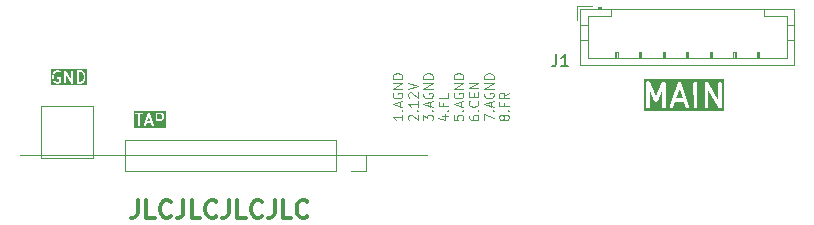
<source format=gto>
%TF.GenerationSoftware,KiCad,Pcbnew,8.0.1*%
%TF.CreationDate,2024-04-14T20:51:43+02:00*%
%TF.ProjectId,vampire_pcb,76616d70-6972-4655-9f70-63622e6b6963,rev?*%
%TF.SameCoordinates,Original*%
%TF.FileFunction,Legend,Top*%
%TF.FilePolarity,Positive*%
%FSLAX46Y46*%
G04 Gerber Fmt 4.6, Leading zero omitted, Abs format (unit mm)*
G04 Created by KiCad (PCBNEW 8.0.1) date 2024-04-14 20:51:43*
%MOMM*%
%LPD*%
G01*
G04 APERTURE LIST*
%ADD10C,0.100000*%
%ADD11C,0.160000*%
%ADD12C,0.300000*%
%ADD13C,0.120000*%
G04 APERTURE END LIST*
D10*
X90000000Y-65000000D02*
X124500000Y-65000000D01*
D11*
G36*
X101023927Y-62103927D02*
G01*
X100767634Y-62104728D01*
X100895300Y-61719887D01*
X101023927Y-62103927D01*
G37*
G36*
X101989174Y-61580373D02*
G01*
X102019398Y-61609497D01*
X102053996Y-61676571D01*
X102055018Y-61781847D01*
X102022759Y-61848448D01*
X101993634Y-61878672D01*
X101926752Y-61913172D01*
X101641566Y-61914277D01*
X101641013Y-61548994D01*
X101922139Y-61547904D01*
X101989174Y-61580373D01*
G37*
G36*
X102324945Y-62659782D02*
G01*
X99610927Y-62659782D01*
X99610927Y-61484906D01*
X99722038Y-61484906D01*
X99733983Y-61513745D01*
X99756055Y-61535817D01*
X99784894Y-61547762D01*
X99800501Y-61549299D01*
X100006335Y-61548760D01*
X100007752Y-62484906D01*
X100019697Y-62513745D01*
X100041769Y-62535817D01*
X100070608Y-62547762D01*
X100101822Y-62547762D01*
X100130661Y-62535817D01*
X100152733Y-62513745D01*
X100164678Y-62484906D01*
X100166215Y-62469299D01*
X100166200Y-62459293D01*
X100483034Y-62459293D01*
X100485246Y-62490429D01*
X100499206Y-62518348D01*
X100522788Y-62538800D01*
X100552400Y-62548671D01*
X100583536Y-62546459D01*
X100611455Y-62532499D01*
X100631907Y-62508917D01*
X100638301Y-62494597D01*
X100714996Y-62263404D01*
X101076962Y-62262273D01*
X101159571Y-62508917D01*
X101180022Y-62532499D01*
X101207941Y-62546458D01*
X101239078Y-62548670D01*
X101268690Y-62538800D01*
X101292272Y-62518348D01*
X101306231Y-62490429D01*
X101308444Y-62459293D01*
X101304967Y-62444000D01*
X100978509Y-61469299D01*
X101482406Y-61469299D01*
X101483943Y-62484906D01*
X101495888Y-62513745D01*
X101517960Y-62535817D01*
X101546799Y-62547762D01*
X101578013Y-62547762D01*
X101606852Y-62535817D01*
X101628924Y-62513745D01*
X101640869Y-62484906D01*
X101642406Y-62469299D01*
X101641805Y-62072800D01*
X101930950Y-62071679D01*
X101933352Y-62072480D01*
X101945401Y-62071623D01*
X101958965Y-62071571D01*
X101961621Y-62070470D01*
X101964488Y-62070267D01*
X101979135Y-62064662D01*
X102073757Y-62015852D01*
X102083042Y-62012007D01*
X102086137Y-62009466D01*
X102087645Y-62008689D01*
X102089027Y-62007094D01*
X102095165Y-62002058D01*
X102142606Y-61952824D01*
X102149415Y-61946919D01*
X102151521Y-61943571D01*
X102152732Y-61942316D01*
X102153539Y-61940365D01*
X102157769Y-61933647D01*
X102199087Y-61848342D01*
X102200352Y-61847078D01*
X102204200Y-61837786D01*
X102210993Y-61823763D01*
X102211196Y-61820895D01*
X102212297Y-61818239D01*
X102213834Y-61802632D01*
X102212564Y-61671706D01*
X102213206Y-61669781D01*
X102212441Y-61659017D01*
X102212297Y-61644168D01*
X102211196Y-61641511D01*
X102210993Y-61638644D01*
X102205388Y-61623998D01*
X102156575Y-61529369D01*
X102152732Y-61520091D01*
X102150194Y-61516998D01*
X102149415Y-61515488D01*
X102147817Y-61514102D01*
X102142783Y-61507968D01*
X102093546Y-61460522D01*
X102087645Y-61453718D01*
X102084300Y-61451613D01*
X102083042Y-61450400D01*
X102081087Y-61449590D01*
X102074373Y-61445364D01*
X101989069Y-61404046D01*
X101987804Y-61402781D01*
X101978506Y-61398930D01*
X101964488Y-61392140D01*
X101961621Y-61391936D01*
X101958965Y-61390836D01*
X101943358Y-61389299D01*
X101546799Y-61390836D01*
X101517960Y-61402781D01*
X101495888Y-61424853D01*
X101483943Y-61453692D01*
X101482406Y-61469299D01*
X100978509Y-61469299D01*
X100973292Y-61453724D01*
X100972898Y-61448169D01*
X100968457Y-61439288D01*
X100965240Y-61429681D01*
X100961495Y-61425363D01*
X100958939Y-61420250D01*
X100951360Y-61413677D01*
X100944788Y-61406099D01*
X100939673Y-61403541D01*
X100935357Y-61399798D01*
X100925847Y-61396628D01*
X100916869Y-61392139D01*
X100911162Y-61391733D01*
X100905745Y-61389928D01*
X100895745Y-61390638D01*
X100885733Y-61389927D01*
X100880309Y-61391734D01*
X100874608Y-61392140D01*
X100865633Y-61396627D01*
X100856121Y-61399798D01*
X100851805Y-61403541D01*
X100846689Y-61406099D01*
X100840114Y-61413679D01*
X100832539Y-61420250D01*
X100829982Y-61425363D01*
X100826238Y-61429681D01*
X100819844Y-61444001D01*
X100581658Y-62161994D01*
X100579181Y-62167977D01*
X100579181Y-62169464D01*
X100483034Y-62459293D01*
X100166200Y-62459293D01*
X100164821Y-61548345D01*
X100387536Y-61547762D01*
X100416375Y-61535817D01*
X100438447Y-61513745D01*
X100450392Y-61484906D01*
X100450392Y-61453692D01*
X100438447Y-61424853D01*
X100416375Y-61402781D01*
X100387536Y-61390836D01*
X100371929Y-61389299D01*
X99784894Y-61390836D01*
X99756055Y-61402781D01*
X99733983Y-61424853D01*
X99722038Y-61453692D01*
X99722038Y-61484906D01*
X99610927Y-61484906D01*
X99610927Y-61278188D01*
X102324945Y-61278188D01*
X102324945Y-62659782D01*
G37*
D12*
X99983082Y-68800828D02*
X99983082Y-69872257D01*
X99983082Y-69872257D02*
X99911653Y-70086542D01*
X99911653Y-70086542D02*
X99768796Y-70229400D01*
X99768796Y-70229400D02*
X99554510Y-70300828D01*
X99554510Y-70300828D02*
X99411653Y-70300828D01*
X101411653Y-70300828D02*
X100697367Y-70300828D01*
X100697367Y-70300828D02*
X100697367Y-68800828D01*
X102768796Y-70157971D02*
X102697368Y-70229400D01*
X102697368Y-70229400D02*
X102483082Y-70300828D01*
X102483082Y-70300828D02*
X102340225Y-70300828D01*
X102340225Y-70300828D02*
X102125939Y-70229400D01*
X102125939Y-70229400D02*
X101983082Y-70086542D01*
X101983082Y-70086542D02*
X101911653Y-69943685D01*
X101911653Y-69943685D02*
X101840225Y-69657971D01*
X101840225Y-69657971D02*
X101840225Y-69443685D01*
X101840225Y-69443685D02*
X101911653Y-69157971D01*
X101911653Y-69157971D02*
X101983082Y-69015114D01*
X101983082Y-69015114D02*
X102125939Y-68872257D01*
X102125939Y-68872257D02*
X102340225Y-68800828D01*
X102340225Y-68800828D02*
X102483082Y-68800828D01*
X102483082Y-68800828D02*
X102697368Y-68872257D01*
X102697368Y-68872257D02*
X102768796Y-68943685D01*
X103840225Y-68800828D02*
X103840225Y-69872257D01*
X103840225Y-69872257D02*
X103768796Y-70086542D01*
X103768796Y-70086542D02*
X103625939Y-70229400D01*
X103625939Y-70229400D02*
X103411653Y-70300828D01*
X103411653Y-70300828D02*
X103268796Y-70300828D01*
X105268796Y-70300828D02*
X104554510Y-70300828D01*
X104554510Y-70300828D02*
X104554510Y-68800828D01*
X106625939Y-70157971D02*
X106554511Y-70229400D01*
X106554511Y-70229400D02*
X106340225Y-70300828D01*
X106340225Y-70300828D02*
X106197368Y-70300828D01*
X106197368Y-70300828D02*
X105983082Y-70229400D01*
X105983082Y-70229400D02*
X105840225Y-70086542D01*
X105840225Y-70086542D02*
X105768796Y-69943685D01*
X105768796Y-69943685D02*
X105697368Y-69657971D01*
X105697368Y-69657971D02*
X105697368Y-69443685D01*
X105697368Y-69443685D02*
X105768796Y-69157971D01*
X105768796Y-69157971D02*
X105840225Y-69015114D01*
X105840225Y-69015114D02*
X105983082Y-68872257D01*
X105983082Y-68872257D02*
X106197368Y-68800828D01*
X106197368Y-68800828D02*
X106340225Y-68800828D01*
X106340225Y-68800828D02*
X106554511Y-68872257D01*
X106554511Y-68872257D02*
X106625939Y-68943685D01*
X107697368Y-68800828D02*
X107697368Y-69872257D01*
X107697368Y-69872257D02*
X107625939Y-70086542D01*
X107625939Y-70086542D02*
X107483082Y-70229400D01*
X107483082Y-70229400D02*
X107268796Y-70300828D01*
X107268796Y-70300828D02*
X107125939Y-70300828D01*
X109125939Y-70300828D02*
X108411653Y-70300828D01*
X108411653Y-70300828D02*
X108411653Y-68800828D01*
X110483082Y-70157971D02*
X110411654Y-70229400D01*
X110411654Y-70229400D02*
X110197368Y-70300828D01*
X110197368Y-70300828D02*
X110054511Y-70300828D01*
X110054511Y-70300828D02*
X109840225Y-70229400D01*
X109840225Y-70229400D02*
X109697368Y-70086542D01*
X109697368Y-70086542D02*
X109625939Y-69943685D01*
X109625939Y-69943685D02*
X109554511Y-69657971D01*
X109554511Y-69657971D02*
X109554511Y-69443685D01*
X109554511Y-69443685D02*
X109625939Y-69157971D01*
X109625939Y-69157971D02*
X109697368Y-69015114D01*
X109697368Y-69015114D02*
X109840225Y-68872257D01*
X109840225Y-68872257D02*
X110054511Y-68800828D01*
X110054511Y-68800828D02*
X110197368Y-68800828D01*
X110197368Y-68800828D02*
X110411654Y-68872257D01*
X110411654Y-68872257D02*
X110483082Y-68943685D01*
X111554511Y-68800828D02*
X111554511Y-69872257D01*
X111554511Y-69872257D02*
X111483082Y-70086542D01*
X111483082Y-70086542D02*
X111340225Y-70229400D01*
X111340225Y-70229400D02*
X111125939Y-70300828D01*
X111125939Y-70300828D02*
X110983082Y-70300828D01*
X112983082Y-70300828D02*
X112268796Y-70300828D01*
X112268796Y-70300828D02*
X112268796Y-68800828D01*
X114340225Y-70157971D02*
X114268797Y-70229400D01*
X114268797Y-70229400D02*
X114054511Y-70300828D01*
X114054511Y-70300828D02*
X113911654Y-70300828D01*
X113911654Y-70300828D02*
X113697368Y-70229400D01*
X113697368Y-70229400D02*
X113554511Y-70086542D01*
X113554511Y-70086542D02*
X113483082Y-69943685D01*
X113483082Y-69943685D02*
X113411654Y-69657971D01*
X113411654Y-69657971D02*
X113411654Y-69443685D01*
X113411654Y-69443685D02*
X113483082Y-69157971D01*
X113483082Y-69157971D02*
X113554511Y-69015114D01*
X113554511Y-69015114D02*
X113697368Y-68872257D01*
X113697368Y-68872257D02*
X113911654Y-68800828D01*
X113911654Y-68800828D02*
X114054511Y-68800828D01*
X114054511Y-68800828D02*
X114268797Y-68872257D01*
X114268797Y-68872257D02*
X114340225Y-68943685D01*
D13*
X122380170Y-61561529D02*
X122380170Y-62018672D01*
X122380170Y-61790100D02*
X121580170Y-61790100D01*
X121580170Y-61790100D02*
X121694455Y-61866291D01*
X121694455Y-61866291D02*
X121770646Y-61942481D01*
X121770646Y-61942481D02*
X121808741Y-62018672D01*
X122303979Y-61218671D02*
X122342075Y-61180576D01*
X122342075Y-61180576D02*
X122380170Y-61218671D01*
X122380170Y-61218671D02*
X122342075Y-61256767D01*
X122342075Y-61256767D02*
X122303979Y-61218671D01*
X122303979Y-61218671D02*
X122380170Y-61218671D01*
X122151598Y-60875815D02*
X122151598Y-60494862D01*
X122380170Y-60952005D02*
X121580170Y-60685338D01*
X121580170Y-60685338D02*
X122380170Y-60418672D01*
X121618265Y-59732958D02*
X121580170Y-59809148D01*
X121580170Y-59809148D02*
X121580170Y-59923434D01*
X121580170Y-59923434D02*
X121618265Y-60037720D01*
X121618265Y-60037720D02*
X121694455Y-60113910D01*
X121694455Y-60113910D02*
X121770646Y-60152005D01*
X121770646Y-60152005D02*
X121923027Y-60190101D01*
X121923027Y-60190101D02*
X122037313Y-60190101D01*
X122037313Y-60190101D02*
X122189694Y-60152005D01*
X122189694Y-60152005D02*
X122265884Y-60113910D01*
X122265884Y-60113910D02*
X122342075Y-60037720D01*
X122342075Y-60037720D02*
X122380170Y-59923434D01*
X122380170Y-59923434D02*
X122380170Y-59847243D01*
X122380170Y-59847243D02*
X122342075Y-59732958D01*
X122342075Y-59732958D02*
X122303979Y-59694862D01*
X122303979Y-59694862D02*
X122037313Y-59694862D01*
X122037313Y-59694862D02*
X122037313Y-59847243D01*
X122380170Y-59352005D02*
X121580170Y-59352005D01*
X121580170Y-59352005D02*
X122380170Y-58894862D01*
X122380170Y-58894862D02*
X121580170Y-58894862D01*
X122380170Y-58513910D02*
X121580170Y-58513910D01*
X121580170Y-58513910D02*
X121580170Y-58323434D01*
X121580170Y-58323434D02*
X121618265Y-58209148D01*
X121618265Y-58209148D02*
X121694455Y-58132958D01*
X121694455Y-58132958D02*
X121770646Y-58094863D01*
X121770646Y-58094863D02*
X121923027Y-58056767D01*
X121923027Y-58056767D02*
X122037313Y-58056767D01*
X122037313Y-58056767D02*
X122189694Y-58094863D01*
X122189694Y-58094863D02*
X122265884Y-58132958D01*
X122265884Y-58132958D02*
X122342075Y-58209148D01*
X122342075Y-58209148D02*
X122380170Y-58323434D01*
X122380170Y-58323434D02*
X122380170Y-58513910D01*
X122944315Y-62018672D02*
X122906220Y-61980576D01*
X122906220Y-61980576D02*
X122868125Y-61904386D01*
X122868125Y-61904386D02*
X122868125Y-61713910D01*
X122868125Y-61713910D02*
X122906220Y-61637719D01*
X122906220Y-61637719D02*
X122944315Y-61599624D01*
X122944315Y-61599624D02*
X123020506Y-61561529D01*
X123020506Y-61561529D02*
X123096696Y-61561529D01*
X123096696Y-61561529D02*
X123210982Y-61599624D01*
X123210982Y-61599624D02*
X123668125Y-62056767D01*
X123668125Y-62056767D02*
X123668125Y-61561529D01*
X123591934Y-61218671D02*
X123630030Y-61180576D01*
X123630030Y-61180576D02*
X123668125Y-61218671D01*
X123668125Y-61218671D02*
X123630030Y-61256767D01*
X123630030Y-61256767D02*
X123591934Y-61218671D01*
X123591934Y-61218671D02*
X123668125Y-61218671D01*
X123668125Y-60418672D02*
X123668125Y-60875815D01*
X123668125Y-60647243D02*
X122868125Y-60647243D01*
X122868125Y-60647243D02*
X122982410Y-60723434D01*
X122982410Y-60723434D02*
X123058601Y-60799624D01*
X123058601Y-60799624D02*
X123096696Y-60875815D01*
X122944315Y-60113910D02*
X122906220Y-60075814D01*
X122906220Y-60075814D02*
X122868125Y-59999624D01*
X122868125Y-59999624D02*
X122868125Y-59809148D01*
X122868125Y-59809148D02*
X122906220Y-59732957D01*
X122906220Y-59732957D02*
X122944315Y-59694862D01*
X122944315Y-59694862D02*
X123020506Y-59656767D01*
X123020506Y-59656767D02*
X123096696Y-59656767D01*
X123096696Y-59656767D02*
X123210982Y-59694862D01*
X123210982Y-59694862D02*
X123668125Y-60152005D01*
X123668125Y-60152005D02*
X123668125Y-59656767D01*
X122868125Y-59428195D02*
X123668125Y-59161528D01*
X123668125Y-59161528D02*
X122868125Y-58894862D01*
X124156080Y-62056767D02*
X124156080Y-61561529D01*
X124156080Y-61561529D02*
X124460842Y-61828195D01*
X124460842Y-61828195D02*
X124460842Y-61713910D01*
X124460842Y-61713910D02*
X124498937Y-61637719D01*
X124498937Y-61637719D02*
X124537032Y-61599624D01*
X124537032Y-61599624D02*
X124613223Y-61561529D01*
X124613223Y-61561529D02*
X124803699Y-61561529D01*
X124803699Y-61561529D02*
X124879889Y-61599624D01*
X124879889Y-61599624D02*
X124917985Y-61637719D01*
X124917985Y-61637719D02*
X124956080Y-61713910D01*
X124956080Y-61713910D02*
X124956080Y-61942481D01*
X124956080Y-61942481D02*
X124917985Y-62018672D01*
X124917985Y-62018672D02*
X124879889Y-62056767D01*
X124879889Y-61218671D02*
X124917985Y-61180576D01*
X124917985Y-61180576D02*
X124956080Y-61218671D01*
X124956080Y-61218671D02*
X124917985Y-61256767D01*
X124917985Y-61256767D02*
X124879889Y-61218671D01*
X124879889Y-61218671D02*
X124956080Y-61218671D01*
X124727508Y-60875815D02*
X124727508Y-60494862D01*
X124956080Y-60952005D02*
X124156080Y-60685338D01*
X124156080Y-60685338D02*
X124956080Y-60418672D01*
X124194175Y-59732958D02*
X124156080Y-59809148D01*
X124156080Y-59809148D02*
X124156080Y-59923434D01*
X124156080Y-59923434D02*
X124194175Y-60037720D01*
X124194175Y-60037720D02*
X124270365Y-60113910D01*
X124270365Y-60113910D02*
X124346556Y-60152005D01*
X124346556Y-60152005D02*
X124498937Y-60190101D01*
X124498937Y-60190101D02*
X124613223Y-60190101D01*
X124613223Y-60190101D02*
X124765604Y-60152005D01*
X124765604Y-60152005D02*
X124841794Y-60113910D01*
X124841794Y-60113910D02*
X124917985Y-60037720D01*
X124917985Y-60037720D02*
X124956080Y-59923434D01*
X124956080Y-59923434D02*
X124956080Y-59847243D01*
X124956080Y-59847243D02*
X124917985Y-59732958D01*
X124917985Y-59732958D02*
X124879889Y-59694862D01*
X124879889Y-59694862D02*
X124613223Y-59694862D01*
X124613223Y-59694862D02*
X124613223Y-59847243D01*
X124956080Y-59352005D02*
X124156080Y-59352005D01*
X124156080Y-59352005D02*
X124956080Y-58894862D01*
X124956080Y-58894862D02*
X124156080Y-58894862D01*
X124956080Y-58513910D02*
X124156080Y-58513910D01*
X124156080Y-58513910D02*
X124156080Y-58323434D01*
X124156080Y-58323434D02*
X124194175Y-58209148D01*
X124194175Y-58209148D02*
X124270365Y-58132958D01*
X124270365Y-58132958D02*
X124346556Y-58094863D01*
X124346556Y-58094863D02*
X124498937Y-58056767D01*
X124498937Y-58056767D02*
X124613223Y-58056767D01*
X124613223Y-58056767D02*
X124765604Y-58094863D01*
X124765604Y-58094863D02*
X124841794Y-58132958D01*
X124841794Y-58132958D02*
X124917985Y-58209148D01*
X124917985Y-58209148D02*
X124956080Y-58323434D01*
X124956080Y-58323434D02*
X124956080Y-58513910D01*
X125710701Y-61637719D02*
X126244035Y-61637719D01*
X125405940Y-61828195D02*
X125977368Y-62018672D01*
X125977368Y-62018672D02*
X125977368Y-61523433D01*
X126167844Y-61218671D02*
X126205940Y-61180576D01*
X126205940Y-61180576D02*
X126244035Y-61218671D01*
X126244035Y-61218671D02*
X126205940Y-61256767D01*
X126205940Y-61256767D02*
X126167844Y-61218671D01*
X126167844Y-61218671D02*
X126244035Y-61218671D01*
X125824987Y-60571053D02*
X125824987Y-60837719D01*
X126244035Y-60837719D02*
X125444035Y-60837719D01*
X125444035Y-60837719D02*
X125444035Y-60456767D01*
X126244035Y-59771053D02*
X126244035Y-60152005D01*
X126244035Y-60152005D02*
X125444035Y-60152005D01*
X126731990Y-61599624D02*
X126731990Y-61980576D01*
X126731990Y-61980576D02*
X127112942Y-62018672D01*
X127112942Y-62018672D02*
X127074847Y-61980576D01*
X127074847Y-61980576D02*
X127036752Y-61904386D01*
X127036752Y-61904386D02*
X127036752Y-61713910D01*
X127036752Y-61713910D02*
X127074847Y-61637719D01*
X127074847Y-61637719D02*
X127112942Y-61599624D01*
X127112942Y-61599624D02*
X127189133Y-61561529D01*
X127189133Y-61561529D02*
X127379609Y-61561529D01*
X127379609Y-61561529D02*
X127455799Y-61599624D01*
X127455799Y-61599624D02*
X127493895Y-61637719D01*
X127493895Y-61637719D02*
X127531990Y-61713910D01*
X127531990Y-61713910D02*
X127531990Y-61904386D01*
X127531990Y-61904386D02*
X127493895Y-61980576D01*
X127493895Y-61980576D02*
X127455799Y-62018672D01*
X127455799Y-61218671D02*
X127493895Y-61180576D01*
X127493895Y-61180576D02*
X127531990Y-61218671D01*
X127531990Y-61218671D02*
X127493895Y-61256767D01*
X127493895Y-61256767D02*
X127455799Y-61218671D01*
X127455799Y-61218671D02*
X127531990Y-61218671D01*
X127303418Y-60875815D02*
X127303418Y-60494862D01*
X127531990Y-60952005D02*
X126731990Y-60685338D01*
X126731990Y-60685338D02*
X127531990Y-60418672D01*
X126770085Y-59732958D02*
X126731990Y-59809148D01*
X126731990Y-59809148D02*
X126731990Y-59923434D01*
X126731990Y-59923434D02*
X126770085Y-60037720D01*
X126770085Y-60037720D02*
X126846275Y-60113910D01*
X126846275Y-60113910D02*
X126922466Y-60152005D01*
X126922466Y-60152005D02*
X127074847Y-60190101D01*
X127074847Y-60190101D02*
X127189133Y-60190101D01*
X127189133Y-60190101D02*
X127341514Y-60152005D01*
X127341514Y-60152005D02*
X127417704Y-60113910D01*
X127417704Y-60113910D02*
X127493895Y-60037720D01*
X127493895Y-60037720D02*
X127531990Y-59923434D01*
X127531990Y-59923434D02*
X127531990Y-59847243D01*
X127531990Y-59847243D02*
X127493895Y-59732958D01*
X127493895Y-59732958D02*
X127455799Y-59694862D01*
X127455799Y-59694862D02*
X127189133Y-59694862D01*
X127189133Y-59694862D02*
X127189133Y-59847243D01*
X127531990Y-59352005D02*
X126731990Y-59352005D01*
X126731990Y-59352005D02*
X127531990Y-58894862D01*
X127531990Y-58894862D02*
X126731990Y-58894862D01*
X127531990Y-58513910D02*
X126731990Y-58513910D01*
X126731990Y-58513910D02*
X126731990Y-58323434D01*
X126731990Y-58323434D02*
X126770085Y-58209148D01*
X126770085Y-58209148D02*
X126846275Y-58132958D01*
X126846275Y-58132958D02*
X126922466Y-58094863D01*
X126922466Y-58094863D02*
X127074847Y-58056767D01*
X127074847Y-58056767D02*
X127189133Y-58056767D01*
X127189133Y-58056767D02*
X127341514Y-58094863D01*
X127341514Y-58094863D02*
X127417704Y-58132958D01*
X127417704Y-58132958D02*
X127493895Y-58209148D01*
X127493895Y-58209148D02*
X127531990Y-58323434D01*
X127531990Y-58323434D02*
X127531990Y-58513910D01*
X128019945Y-61637719D02*
X128019945Y-61790100D01*
X128019945Y-61790100D02*
X128058040Y-61866291D01*
X128058040Y-61866291D02*
X128096135Y-61904386D01*
X128096135Y-61904386D02*
X128210421Y-61980576D01*
X128210421Y-61980576D02*
X128362802Y-62018672D01*
X128362802Y-62018672D02*
X128667564Y-62018672D01*
X128667564Y-62018672D02*
X128743754Y-61980576D01*
X128743754Y-61980576D02*
X128781850Y-61942481D01*
X128781850Y-61942481D02*
X128819945Y-61866291D01*
X128819945Y-61866291D02*
X128819945Y-61713910D01*
X128819945Y-61713910D02*
X128781850Y-61637719D01*
X128781850Y-61637719D02*
X128743754Y-61599624D01*
X128743754Y-61599624D02*
X128667564Y-61561529D01*
X128667564Y-61561529D02*
X128477088Y-61561529D01*
X128477088Y-61561529D02*
X128400897Y-61599624D01*
X128400897Y-61599624D02*
X128362802Y-61637719D01*
X128362802Y-61637719D02*
X128324707Y-61713910D01*
X128324707Y-61713910D02*
X128324707Y-61866291D01*
X128324707Y-61866291D02*
X128362802Y-61942481D01*
X128362802Y-61942481D02*
X128400897Y-61980576D01*
X128400897Y-61980576D02*
X128477088Y-62018672D01*
X128743754Y-61218671D02*
X128781850Y-61180576D01*
X128781850Y-61180576D02*
X128819945Y-61218671D01*
X128819945Y-61218671D02*
X128781850Y-61256767D01*
X128781850Y-61256767D02*
X128743754Y-61218671D01*
X128743754Y-61218671D02*
X128819945Y-61218671D01*
X128743754Y-60380576D02*
X128781850Y-60418672D01*
X128781850Y-60418672D02*
X128819945Y-60532957D01*
X128819945Y-60532957D02*
X128819945Y-60609148D01*
X128819945Y-60609148D02*
X128781850Y-60723434D01*
X128781850Y-60723434D02*
X128705659Y-60799624D01*
X128705659Y-60799624D02*
X128629469Y-60837719D01*
X128629469Y-60837719D02*
X128477088Y-60875815D01*
X128477088Y-60875815D02*
X128362802Y-60875815D01*
X128362802Y-60875815D02*
X128210421Y-60837719D01*
X128210421Y-60837719D02*
X128134230Y-60799624D01*
X128134230Y-60799624D02*
X128058040Y-60723434D01*
X128058040Y-60723434D02*
X128019945Y-60609148D01*
X128019945Y-60609148D02*
X128019945Y-60532957D01*
X128019945Y-60532957D02*
X128058040Y-60418672D01*
X128058040Y-60418672D02*
X128096135Y-60380576D01*
X128400897Y-60037719D02*
X128400897Y-59771053D01*
X128819945Y-59656767D02*
X128819945Y-60037719D01*
X128819945Y-60037719D02*
X128019945Y-60037719D01*
X128019945Y-60037719D02*
X128019945Y-59656767D01*
X128819945Y-59313909D02*
X128019945Y-59313909D01*
X128019945Y-59313909D02*
X128819945Y-58856766D01*
X128819945Y-58856766D02*
X128019945Y-58856766D01*
X129307900Y-62056767D02*
X129307900Y-61523433D01*
X129307900Y-61523433D02*
X130107900Y-61866291D01*
X130031709Y-61218671D02*
X130069805Y-61180576D01*
X130069805Y-61180576D02*
X130107900Y-61218671D01*
X130107900Y-61218671D02*
X130069805Y-61256767D01*
X130069805Y-61256767D02*
X130031709Y-61218671D01*
X130031709Y-61218671D02*
X130107900Y-61218671D01*
X129879328Y-60875815D02*
X129879328Y-60494862D01*
X130107900Y-60952005D02*
X129307900Y-60685338D01*
X129307900Y-60685338D02*
X130107900Y-60418672D01*
X129345995Y-59732958D02*
X129307900Y-59809148D01*
X129307900Y-59809148D02*
X129307900Y-59923434D01*
X129307900Y-59923434D02*
X129345995Y-60037720D01*
X129345995Y-60037720D02*
X129422185Y-60113910D01*
X129422185Y-60113910D02*
X129498376Y-60152005D01*
X129498376Y-60152005D02*
X129650757Y-60190101D01*
X129650757Y-60190101D02*
X129765043Y-60190101D01*
X129765043Y-60190101D02*
X129917424Y-60152005D01*
X129917424Y-60152005D02*
X129993614Y-60113910D01*
X129993614Y-60113910D02*
X130069805Y-60037720D01*
X130069805Y-60037720D02*
X130107900Y-59923434D01*
X130107900Y-59923434D02*
X130107900Y-59847243D01*
X130107900Y-59847243D02*
X130069805Y-59732958D01*
X130069805Y-59732958D02*
X130031709Y-59694862D01*
X130031709Y-59694862D02*
X129765043Y-59694862D01*
X129765043Y-59694862D02*
X129765043Y-59847243D01*
X130107900Y-59352005D02*
X129307900Y-59352005D01*
X129307900Y-59352005D02*
X130107900Y-58894862D01*
X130107900Y-58894862D02*
X129307900Y-58894862D01*
X130107900Y-58513910D02*
X129307900Y-58513910D01*
X129307900Y-58513910D02*
X129307900Y-58323434D01*
X129307900Y-58323434D02*
X129345995Y-58209148D01*
X129345995Y-58209148D02*
X129422185Y-58132958D01*
X129422185Y-58132958D02*
X129498376Y-58094863D01*
X129498376Y-58094863D02*
X129650757Y-58056767D01*
X129650757Y-58056767D02*
X129765043Y-58056767D01*
X129765043Y-58056767D02*
X129917424Y-58094863D01*
X129917424Y-58094863D02*
X129993614Y-58132958D01*
X129993614Y-58132958D02*
X130069805Y-58209148D01*
X130069805Y-58209148D02*
X130107900Y-58323434D01*
X130107900Y-58323434D02*
X130107900Y-58513910D01*
X130938712Y-61866291D02*
X130900617Y-61942481D01*
X130900617Y-61942481D02*
X130862521Y-61980576D01*
X130862521Y-61980576D02*
X130786331Y-62018672D01*
X130786331Y-62018672D02*
X130748236Y-62018672D01*
X130748236Y-62018672D02*
X130672045Y-61980576D01*
X130672045Y-61980576D02*
X130633950Y-61942481D01*
X130633950Y-61942481D02*
X130595855Y-61866291D01*
X130595855Y-61866291D02*
X130595855Y-61713910D01*
X130595855Y-61713910D02*
X130633950Y-61637719D01*
X130633950Y-61637719D02*
X130672045Y-61599624D01*
X130672045Y-61599624D02*
X130748236Y-61561529D01*
X130748236Y-61561529D02*
X130786331Y-61561529D01*
X130786331Y-61561529D02*
X130862521Y-61599624D01*
X130862521Y-61599624D02*
X130900617Y-61637719D01*
X130900617Y-61637719D02*
X130938712Y-61713910D01*
X130938712Y-61713910D02*
X130938712Y-61866291D01*
X130938712Y-61866291D02*
X130976807Y-61942481D01*
X130976807Y-61942481D02*
X131014902Y-61980576D01*
X131014902Y-61980576D02*
X131091093Y-62018672D01*
X131091093Y-62018672D02*
X131243474Y-62018672D01*
X131243474Y-62018672D02*
X131319664Y-61980576D01*
X131319664Y-61980576D02*
X131357760Y-61942481D01*
X131357760Y-61942481D02*
X131395855Y-61866291D01*
X131395855Y-61866291D02*
X131395855Y-61713910D01*
X131395855Y-61713910D02*
X131357760Y-61637719D01*
X131357760Y-61637719D02*
X131319664Y-61599624D01*
X131319664Y-61599624D02*
X131243474Y-61561529D01*
X131243474Y-61561529D02*
X131091093Y-61561529D01*
X131091093Y-61561529D02*
X131014902Y-61599624D01*
X131014902Y-61599624D02*
X130976807Y-61637719D01*
X130976807Y-61637719D02*
X130938712Y-61713910D01*
X131319664Y-61218671D02*
X131357760Y-61180576D01*
X131357760Y-61180576D02*
X131395855Y-61218671D01*
X131395855Y-61218671D02*
X131357760Y-61256767D01*
X131357760Y-61256767D02*
X131319664Y-61218671D01*
X131319664Y-61218671D02*
X131395855Y-61218671D01*
X130976807Y-60571053D02*
X130976807Y-60837719D01*
X131395855Y-60837719D02*
X130595855Y-60837719D01*
X130595855Y-60837719D02*
X130595855Y-60456767D01*
X131395855Y-59694862D02*
X131014902Y-59961529D01*
X131395855Y-60152005D02*
X130595855Y-60152005D01*
X130595855Y-60152005D02*
X130595855Y-59847243D01*
X130595855Y-59847243D02*
X130633950Y-59771053D01*
X130633950Y-59771053D02*
X130672045Y-59732958D01*
X130672045Y-59732958D02*
X130748236Y-59694862D01*
X130748236Y-59694862D02*
X130862521Y-59694862D01*
X130862521Y-59694862D02*
X130938712Y-59732958D01*
X130938712Y-59732958D02*
X130976807Y-59771053D01*
X130976807Y-59771053D02*
X131014902Y-59847243D01*
X131014902Y-59847243D02*
X131014902Y-60152005D01*
D12*
G36*
X146110348Y-60168813D02*
G01*
X145570270Y-60170399D01*
X145839359Y-59359486D01*
X146110348Y-60168813D01*
G37*
G36*
X149641018Y-61261493D02*
G01*
X142801336Y-61261493D01*
X142801336Y-58889638D01*
X143023558Y-58889638D01*
X143026440Y-60918902D01*
X143048838Y-60972974D01*
X143090222Y-61014358D01*
X143144294Y-61036756D01*
X143202822Y-61036756D01*
X143256894Y-61014358D01*
X143298278Y-60972974D01*
X143320676Y-60918902D01*
X143323558Y-60889638D01*
X143321668Y-59558881D01*
X143704418Y-60375233D01*
X143711965Y-60395987D01*
X143716439Y-60400873D01*
X143719285Y-60406942D01*
X143736090Y-60422332D01*
X143751492Y-60439150D01*
X143757535Y-60441970D01*
X143762448Y-60446469D01*
X143783868Y-60454258D01*
X143804530Y-60463900D01*
X143811187Y-60464192D01*
X143817450Y-60466470D01*
X143840225Y-60465468D01*
X143863000Y-60466470D01*
X143869262Y-60464192D01*
X143875921Y-60463900D01*
X143896582Y-60454258D01*
X143918003Y-60446469D01*
X143922916Y-60441969D01*
X143928958Y-60439150D01*
X143944353Y-60422337D01*
X143961166Y-60406942D01*
X143966134Y-60398553D01*
X143968485Y-60395987D01*
X143969804Y-60392357D01*
X143976152Y-60381642D01*
X144357842Y-59559887D01*
X144359773Y-60918902D01*
X144382171Y-60972974D01*
X144423555Y-61014358D01*
X144477627Y-61036756D01*
X144536155Y-61036756D01*
X144590227Y-61014358D01*
X144631611Y-60972974D01*
X144654009Y-60918902D01*
X144656891Y-60889638D01*
X144656864Y-60870878D01*
X145024736Y-60870878D01*
X145028885Y-60929258D01*
X145055059Y-60981605D01*
X145099273Y-61019952D01*
X145154798Y-61038460D01*
X145213178Y-61034311D01*
X145265525Y-61008137D01*
X145303872Y-60963923D01*
X145315861Y-60937072D01*
X145471551Y-60467893D01*
X146209764Y-60465726D01*
X146376577Y-60963923D01*
X146414924Y-61008137D01*
X146467271Y-61034311D01*
X146525651Y-61038460D01*
X146581176Y-61019952D01*
X146625390Y-60981604D01*
X146651564Y-60929257D01*
X146655713Y-60870877D01*
X146649193Y-60842204D01*
X145995410Y-58889638D01*
X147023558Y-58889638D01*
X147026440Y-60918902D01*
X147048838Y-60972974D01*
X147090222Y-61014358D01*
X147144294Y-61036756D01*
X147202822Y-61036756D01*
X147256894Y-61014358D01*
X147298278Y-60972974D01*
X147320676Y-60918902D01*
X147323558Y-60889638D01*
X147320718Y-58889638D01*
X147975939Y-58889638D01*
X147978821Y-60918902D01*
X148001219Y-60972974D01*
X148042603Y-61014358D01*
X148096675Y-61036756D01*
X148155203Y-61036756D01*
X148209275Y-61014358D01*
X148250659Y-60972974D01*
X148273057Y-60918902D01*
X148275939Y-60889638D01*
X148273893Y-59449499D01*
X149136584Y-60954887D01*
X149144076Y-60972974D01*
X149150805Y-60979703D01*
X149155581Y-60988037D01*
X149171352Y-61000250D01*
X149185460Y-61014358D01*
X149194295Y-61018017D01*
X149201855Y-61023872D01*
X149221097Y-61029119D01*
X149239532Y-61036756D01*
X149249096Y-61036756D01*
X149258318Y-61039271D01*
X149278104Y-61036756D01*
X149298060Y-61036756D01*
X149306894Y-61033096D01*
X149316379Y-61031891D01*
X149333701Y-61021992D01*
X149352132Y-61014358D01*
X149358892Y-61007597D01*
X149367195Y-61002853D01*
X149379408Y-60987081D01*
X149393516Y-60972974D01*
X149397175Y-60964138D01*
X149403030Y-60956579D01*
X149408277Y-60937337D01*
X149415914Y-60918902D01*
X149417388Y-60903930D01*
X149418429Y-60900115D01*
X149418054Y-60897168D01*
X149418796Y-60889638D01*
X149415914Y-58860374D01*
X149393516Y-58806302D01*
X149352132Y-58764918D01*
X149298060Y-58742520D01*
X149239532Y-58742520D01*
X149185460Y-58764918D01*
X149144076Y-58806302D01*
X149121678Y-58860374D01*
X149118796Y-58889638D01*
X149120841Y-60329776D01*
X148258150Y-58824388D01*
X148250659Y-58806302D01*
X148243929Y-58799572D01*
X148239154Y-58791239D01*
X148223382Y-58779025D01*
X148209275Y-58764918D01*
X148200439Y-58761258D01*
X148192880Y-58755404D01*
X148173635Y-58750155D01*
X148155203Y-58742520D01*
X148145641Y-58742520D01*
X148136416Y-58740004D01*
X148116625Y-58742520D01*
X148096675Y-58742520D01*
X148087841Y-58746179D01*
X148078356Y-58747385D01*
X148061033Y-58757283D01*
X148042603Y-58764918D01*
X148035842Y-58771678D01*
X148027540Y-58776423D01*
X148015326Y-58792194D01*
X148001219Y-58806302D01*
X147997559Y-58815137D01*
X147991705Y-58822697D01*
X147986456Y-58841941D01*
X147978821Y-58860374D01*
X147977347Y-58875340D01*
X147976305Y-58879161D01*
X147976680Y-58882112D01*
X147975939Y-58889638D01*
X147320718Y-58889638D01*
X147320676Y-58860374D01*
X147298278Y-58806302D01*
X147256894Y-58764918D01*
X147202822Y-58742520D01*
X147144294Y-58742520D01*
X147090222Y-58764918D01*
X147048838Y-58806302D01*
X147026440Y-58860374D01*
X147023558Y-58889638D01*
X145995410Y-58889638D01*
X145985638Y-58860452D01*
X145984897Y-58850018D01*
X145976566Y-58833356D01*
X145970538Y-58815353D01*
X145963515Y-58807256D01*
X145958723Y-58797671D01*
X145944514Y-58785347D01*
X145932191Y-58771139D01*
X145922605Y-58766346D01*
X145914509Y-58759324D01*
X145896665Y-58753375D01*
X145879844Y-58744965D01*
X145869155Y-58744205D01*
X145858985Y-58740815D01*
X145840219Y-58742148D01*
X145821463Y-58740816D01*
X145811296Y-58744204D01*
X145800604Y-58744965D01*
X145783780Y-58753376D01*
X145765939Y-58759324D01*
X145757842Y-58766346D01*
X145748257Y-58771139D01*
X145735933Y-58785347D01*
X145721725Y-58797671D01*
X145716932Y-58807256D01*
X145709910Y-58815353D01*
X145697922Y-58842204D01*
X145221571Y-60277705D01*
X145216916Y-60288945D01*
X145216916Y-60291735D01*
X145024736Y-60870878D01*
X144656864Y-60870878D01*
X144654053Y-58891850D01*
X144655152Y-58866863D01*
X144654013Y-58863732D01*
X144654009Y-58860374D01*
X144644045Y-58836321D01*
X144635151Y-58811861D01*
X144632891Y-58809394D01*
X144631611Y-58806302D01*
X144613195Y-58787886D01*
X144595623Y-58768698D01*
X144592592Y-58767283D01*
X144590227Y-58764918D01*
X144566168Y-58754952D01*
X144542586Y-58743947D01*
X144539245Y-58743800D01*
X144536155Y-58742520D01*
X144510107Y-58742520D01*
X144484115Y-58741378D01*
X144480974Y-58742520D01*
X144477627Y-58742520D01*
X144453573Y-58752483D01*
X144429113Y-58761378D01*
X144426645Y-58763637D01*
X144423555Y-58764918D01*
X144405150Y-58783322D01*
X144385950Y-58800906D01*
X144383600Y-58804872D01*
X144382171Y-58806302D01*
X144380816Y-58809572D01*
X144370963Y-58826206D01*
X143841155Y-59966846D01*
X143307745Y-58829157D01*
X143298278Y-58806302D01*
X143295927Y-58803951D01*
X143294499Y-58800905D01*
X143275291Y-58783315D01*
X143256894Y-58764918D01*
X143253803Y-58763637D01*
X143251336Y-58761378D01*
X143226870Y-58752481D01*
X143202822Y-58742520D01*
X143199476Y-58742520D01*
X143196333Y-58741377D01*
X143170328Y-58742520D01*
X143144294Y-58742520D01*
X143141203Y-58743800D01*
X143137862Y-58743947D01*
X143114262Y-58754959D01*
X143090222Y-58764918D01*
X143087858Y-58767281D01*
X143084825Y-58768697D01*
X143067235Y-58787904D01*
X143048838Y-58806302D01*
X143047557Y-58809392D01*
X143045298Y-58811860D01*
X143036401Y-58836325D01*
X143026440Y-58860374D01*
X143025988Y-58864962D01*
X143025297Y-58866863D01*
X143025452Y-58870401D01*
X143023558Y-58889638D01*
X142801336Y-58889638D01*
X142801336Y-58517782D01*
X149641018Y-58517782D01*
X149641018Y-61261493D01*
G37*
D11*
G36*
X95227176Y-57985064D02*
G01*
X95299974Y-58056387D01*
X95338055Y-58130211D01*
X95382449Y-58302472D01*
X95383648Y-58426052D01*
X95341981Y-58598008D01*
X95303824Y-58676785D01*
X95230940Y-58751176D01*
X95119843Y-58789354D01*
X94970857Y-58790257D01*
X94969583Y-57948822D01*
X95112328Y-57947957D01*
X95227176Y-57985064D01*
G37*
G36*
X95653516Y-59060410D02*
G01*
X92604628Y-59060410D01*
X92604628Y-58297870D01*
X92715739Y-58297870D01*
X92717080Y-58436228D01*
X92715833Y-58444616D01*
X92717255Y-58454232D01*
X92717276Y-58456334D01*
X92717727Y-58457424D01*
X92718128Y-58460130D01*
X92765641Y-58644493D01*
X92766199Y-58652333D01*
X92770679Y-58664042D01*
X92771023Y-58665374D01*
X92771367Y-58665838D01*
X92771804Y-58666980D01*
X92820613Y-58761602D01*
X92824459Y-58770887D01*
X92826999Y-58773981D01*
X92827777Y-58775490D01*
X92829372Y-58776874D01*
X92834408Y-58783009D01*
X92922127Y-58868953D01*
X92923015Y-58870729D01*
X92931064Y-58877710D01*
X92941769Y-58888198D01*
X92944427Y-58889299D01*
X92946597Y-58891181D01*
X92960917Y-58897575D01*
X93103583Y-58943668D01*
X93113465Y-58947762D01*
X93117473Y-58948156D01*
X93119065Y-58948671D01*
X93121173Y-58948521D01*
X93129072Y-58949299D01*
X93224525Y-58947975D01*
X93234316Y-58948671D01*
X93238209Y-58947785D01*
X93239917Y-58947762D01*
X93241868Y-58946953D01*
X93249608Y-58945194D01*
X93380705Y-58900143D01*
X93382775Y-58900143D01*
X93392849Y-58895969D01*
X93406785Y-58891181D01*
X93408956Y-58889297D01*
X93411614Y-58888197D01*
X93423736Y-58878248D01*
X93481277Y-58818532D01*
X93481304Y-58818506D01*
X93493249Y-58789667D01*
X93494786Y-58774060D01*
X93493249Y-58425120D01*
X93481304Y-58396281D01*
X93459232Y-58374209D01*
X93430393Y-58362264D01*
X93414786Y-58360727D01*
X93208703Y-58362264D01*
X93179864Y-58374209D01*
X93157792Y-58396281D01*
X93145847Y-58425120D01*
X93145847Y-58456334D01*
X93157792Y-58485173D01*
X93179864Y-58507245D01*
X93208703Y-58519190D01*
X93224310Y-58520727D01*
X93335134Y-58519900D01*
X93336106Y-58740438D01*
X93325550Y-58751392D01*
X93214862Y-58789430D01*
X93145065Y-58790397D01*
X93030966Y-58753533D01*
X92958170Y-58682211D01*
X92920088Y-58608385D01*
X92875694Y-58436124D01*
X92874495Y-58312544D01*
X92916162Y-58140588D01*
X92954319Y-58061811D01*
X93027203Y-57987420D01*
X93138401Y-57949208D01*
X93251144Y-57948114D01*
X93346036Y-57994077D01*
X93377173Y-57996290D01*
X93406785Y-57986419D01*
X93430366Y-57965967D01*
X93444326Y-57938048D01*
X93446539Y-57906912D01*
X93436668Y-57877299D01*
X93429730Y-57869299D01*
X93763358Y-57869299D01*
X93764895Y-58884906D01*
X93776840Y-58913745D01*
X93798912Y-58935817D01*
X93827751Y-58947762D01*
X93858965Y-58947762D01*
X93887804Y-58935817D01*
X93909876Y-58913745D01*
X93921821Y-58884906D01*
X93923358Y-58869299D01*
X93922296Y-58167894D01*
X94344277Y-58904110D01*
X94348268Y-58913745D01*
X94351856Y-58917333D01*
X94354404Y-58921778D01*
X94362813Y-58928290D01*
X94370340Y-58935817D01*
X94375052Y-58937768D01*
X94379084Y-58940891D01*
X94389349Y-58943690D01*
X94399179Y-58947762D01*
X94404277Y-58947762D01*
X94409198Y-58949104D01*
X94419753Y-58947762D01*
X94430393Y-58947762D01*
X94435105Y-58945810D01*
X94440164Y-58945167D01*
X94449400Y-58939889D01*
X94459232Y-58935817D01*
X94462838Y-58932210D01*
X94467265Y-58929681D01*
X94473779Y-58921269D01*
X94481304Y-58913745D01*
X94483255Y-58909034D01*
X94486378Y-58905002D01*
X94489178Y-58894733D01*
X94493249Y-58884906D01*
X94494034Y-58876926D01*
X94494591Y-58874887D01*
X94494390Y-58873312D01*
X94494786Y-58869299D01*
X94493273Y-57869299D01*
X94810977Y-57869299D01*
X94812514Y-58884906D01*
X94824459Y-58913745D01*
X94846531Y-58935817D01*
X94875370Y-58947762D01*
X94890977Y-58949299D01*
X95127728Y-58947864D01*
X95139078Y-58948671D01*
X95143031Y-58947771D01*
X95144679Y-58947762D01*
X95146630Y-58946953D01*
X95154370Y-58945194D01*
X95285468Y-58900143D01*
X95287537Y-58900143D01*
X95297609Y-58895970D01*
X95311547Y-58891181D01*
X95313719Y-58889297D01*
X95316375Y-58888197D01*
X95328498Y-58878248D01*
X95422429Y-58782374D01*
X95430367Y-58775490D01*
X95432510Y-58772085D01*
X95433685Y-58770886D01*
X95434493Y-58768934D01*
X95438721Y-58762218D01*
X95482811Y-58671190D01*
X95487121Y-58665374D01*
X95491314Y-58653634D01*
X95491945Y-58652334D01*
X95491986Y-58651756D01*
X95492397Y-58650606D01*
X95537502Y-58464458D01*
X95540868Y-58456334D01*
X95541824Y-58446625D01*
X95542311Y-58444616D01*
X95542137Y-58443447D01*
X95542405Y-58440727D01*
X95541063Y-58302368D01*
X95542311Y-58293981D01*
X95540888Y-58284364D01*
X95540868Y-58282263D01*
X95540416Y-58281172D01*
X95540016Y-58278467D01*
X95492502Y-58094103D01*
X95491945Y-58086263D01*
X95487464Y-58074554D01*
X95487121Y-58073223D01*
X95486776Y-58072758D01*
X95486340Y-58071617D01*
X95437530Y-57976994D01*
X95433685Y-57967710D01*
X95431144Y-57964615D01*
X95430367Y-57963107D01*
X95428771Y-57961722D01*
X95423736Y-57955588D01*
X95336017Y-57869644D01*
X95335129Y-57867868D01*
X95327074Y-57860882D01*
X95316375Y-57850400D01*
X95313717Y-57849299D01*
X95311547Y-57847417D01*
X95297227Y-57841023D01*
X95154564Y-57794930D01*
X95144679Y-57790836D01*
X95140669Y-57790441D01*
X95139078Y-57789927D01*
X95136969Y-57790076D01*
X95129072Y-57789299D01*
X94875370Y-57790836D01*
X94846531Y-57802781D01*
X94824459Y-57824853D01*
X94812514Y-57853692D01*
X94810977Y-57869299D01*
X94493273Y-57869299D01*
X94493249Y-57853692D01*
X94481304Y-57824853D01*
X94459232Y-57802781D01*
X94430393Y-57790836D01*
X94399179Y-57790836D01*
X94370340Y-57802781D01*
X94348268Y-57824853D01*
X94336323Y-57853692D01*
X94334786Y-57869299D01*
X94335847Y-58570702D01*
X93913866Y-57834487D01*
X93909876Y-57824853D01*
X93906287Y-57821264D01*
X93903740Y-57816820D01*
X93895330Y-57810307D01*
X93887804Y-57802781D01*
X93883091Y-57800829D01*
X93879060Y-57797707D01*
X93868794Y-57794907D01*
X93858965Y-57790836D01*
X93853867Y-57790836D01*
X93848946Y-57789494D01*
X93838391Y-57790836D01*
X93827751Y-57790836D01*
X93823038Y-57792787D01*
X93817980Y-57793431D01*
X93808743Y-57798708D01*
X93798912Y-57802781D01*
X93795305Y-57806387D01*
X93790879Y-57808917D01*
X93784366Y-57817326D01*
X93776840Y-57824853D01*
X93774888Y-57829565D01*
X93771766Y-57833597D01*
X93768966Y-57843862D01*
X93764895Y-57853692D01*
X93764109Y-57861671D01*
X93763553Y-57863711D01*
X93763753Y-57865285D01*
X93763358Y-57869299D01*
X93429730Y-57869299D01*
X93416216Y-57853718D01*
X93402944Y-57845364D01*
X93317640Y-57804046D01*
X93316375Y-57802781D01*
X93307077Y-57798930D01*
X93293059Y-57792140D01*
X93290192Y-57791936D01*
X93287536Y-57790836D01*
X93271929Y-57789299D01*
X93129646Y-57790679D01*
X93119065Y-57789927D01*
X93115138Y-57790819D01*
X93113465Y-57790836D01*
X93111515Y-57791643D01*
X93103773Y-57793404D01*
X92972676Y-57838455D01*
X92970608Y-57838455D01*
X92960534Y-57842627D01*
X92946597Y-57847417D01*
X92944426Y-57849299D01*
X92941769Y-57850400D01*
X92929647Y-57860349D01*
X92835709Y-57956227D01*
X92827777Y-57963107D01*
X92825635Y-57966509D01*
X92824459Y-57967710D01*
X92823649Y-57969664D01*
X92819423Y-57976379D01*
X92775333Y-58067405D01*
X92771023Y-58073223D01*
X92766827Y-58084965D01*
X92766199Y-58086264D01*
X92766158Y-58086840D01*
X92765747Y-58087991D01*
X92720641Y-58274138D01*
X92717276Y-58282263D01*
X92716319Y-58291971D01*
X92715833Y-58293981D01*
X92716006Y-58295149D01*
X92715739Y-58297870D01*
X92604628Y-58297870D01*
X92604628Y-57678188D01*
X95653516Y-57678188D01*
X95653516Y-59060410D01*
G37*
X135416666Y-56454299D02*
X135416666Y-57168584D01*
X135416666Y-57168584D02*
X135369047Y-57311441D01*
X135369047Y-57311441D02*
X135273809Y-57406680D01*
X135273809Y-57406680D02*
X135130952Y-57454299D01*
X135130952Y-57454299D02*
X135035714Y-57454299D01*
X136416666Y-57454299D02*
X135845238Y-57454299D01*
X136130952Y-57454299D02*
X136130952Y-56454299D01*
X136130952Y-56454299D02*
X136035714Y-56597156D01*
X136035714Y-56597156D02*
X135940476Y-56692394D01*
X135940476Y-56692394D02*
X135845238Y-56740013D01*
D13*
%TO.C,J2*%
X98890000Y-63670000D02*
X98890000Y-66330000D01*
X116730000Y-63670000D02*
X98890000Y-63670000D01*
X116730000Y-63670000D02*
X116730000Y-66330000D01*
X116730000Y-66330000D02*
X98890000Y-66330000D01*
X119330000Y-65000000D02*
X119330000Y-66330000D01*
X119330000Y-66330000D02*
X118000000Y-66330000D01*
%TO.C,J1*%
X137140000Y-52340000D02*
X137140000Y-53590000D01*
X137440000Y-52640000D02*
X137440000Y-57360000D01*
X137440000Y-53950000D02*
X138050000Y-53950000D01*
X137440000Y-55250000D02*
X138050000Y-55250000D01*
X137440000Y-57360000D02*
X155560000Y-57360000D01*
X138050000Y-53250000D02*
X138050000Y-56750000D01*
X138050000Y-56750000D02*
X154950000Y-56750000D01*
X138390000Y-52340000D02*
X137140000Y-52340000D01*
X138900000Y-52440000D02*
X138900000Y-52640000D01*
X139200000Y-52440000D02*
X138900000Y-52440000D01*
X139200000Y-52540000D02*
X138900000Y-52540000D01*
X139200000Y-52640000D02*
X139200000Y-52440000D01*
X140000000Y-52640000D02*
X140000000Y-53250000D01*
X140000000Y-53250000D02*
X138050000Y-53250000D01*
X140400000Y-56250000D02*
X140600000Y-56250000D01*
X140400000Y-56750000D02*
X140400000Y-56250000D01*
X140500000Y-56750000D02*
X140500000Y-56250000D01*
X140600000Y-56250000D02*
X140600000Y-56750000D01*
X142400000Y-56250000D02*
X142600000Y-56250000D01*
X142400000Y-56750000D02*
X142400000Y-56250000D01*
X142500000Y-56750000D02*
X142500000Y-56250000D01*
X142600000Y-56250000D02*
X142600000Y-56750000D01*
X144400000Y-56250000D02*
X144600000Y-56250000D01*
X144400000Y-56750000D02*
X144400000Y-56250000D01*
X144500000Y-56750000D02*
X144500000Y-56250000D01*
X144600000Y-56250000D02*
X144600000Y-56750000D01*
X146400000Y-56250000D02*
X146600000Y-56250000D01*
X146400000Y-56750000D02*
X146400000Y-56250000D01*
X146500000Y-56750000D02*
X146500000Y-56250000D01*
X146600000Y-56250000D02*
X146600000Y-56750000D01*
X148400000Y-56250000D02*
X148600000Y-56250000D01*
X148400000Y-56750000D02*
X148400000Y-56250000D01*
X148500000Y-56750000D02*
X148500000Y-56250000D01*
X148600000Y-56250000D02*
X148600000Y-56750000D01*
X150400000Y-56250000D02*
X150600000Y-56250000D01*
X150400000Y-56750000D02*
X150400000Y-56250000D01*
X150500000Y-56750000D02*
X150500000Y-56250000D01*
X150600000Y-56250000D02*
X150600000Y-56750000D01*
X152400000Y-56250000D02*
X152600000Y-56250000D01*
X152400000Y-56750000D02*
X152400000Y-56250000D01*
X152500000Y-56750000D02*
X152500000Y-56250000D01*
X152600000Y-56250000D02*
X152600000Y-56750000D01*
X153000000Y-53250000D02*
X153000000Y-52640000D01*
X154950000Y-53250000D02*
X153000000Y-53250000D01*
X154950000Y-56750000D02*
X154950000Y-53250000D01*
X155560000Y-52640000D02*
X137440000Y-52640000D01*
X155560000Y-53950000D02*
X154950000Y-53950000D01*
X155560000Y-55250000D02*
X154950000Y-55250000D01*
X155560000Y-57360000D02*
X155560000Y-52640000D01*
%TO.C,J3*%
X91800000Y-60800000D02*
X96200000Y-60800000D01*
X91800000Y-65200000D02*
X91800000Y-60800000D01*
X96200000Y-60800000D02*
X96200000Y-65200000D01*
X96200000Y-65200000D02*
X91800000Y-65200000D01*
%TD*%
M02*

</source>
